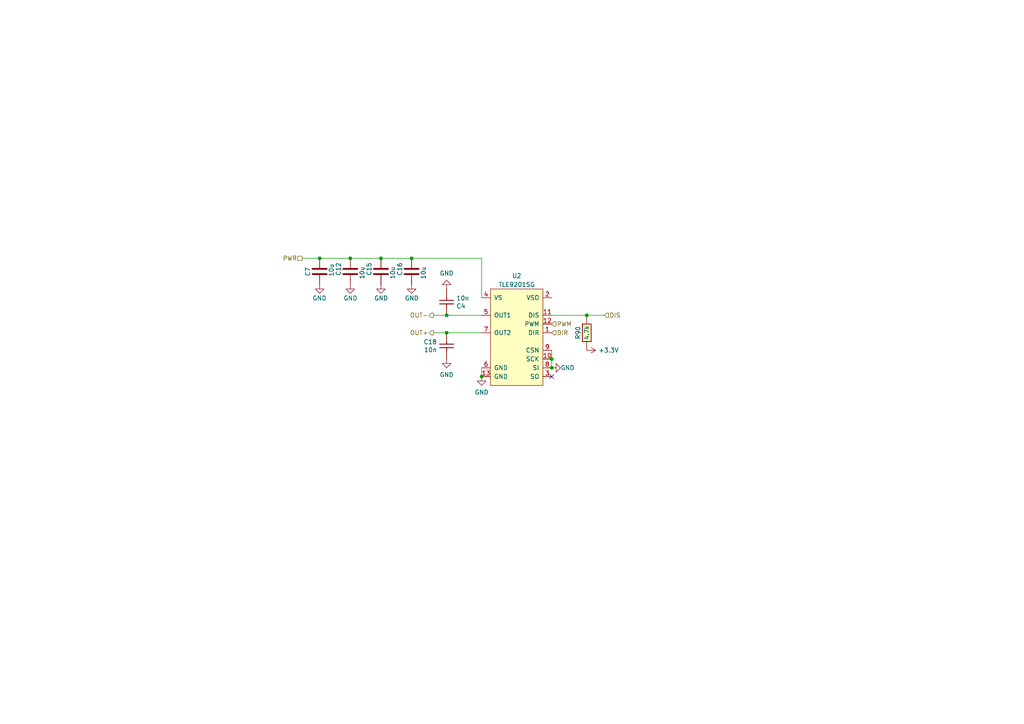
<source format=kicad_sch>
(kicad_sch (version 20230121) (generator eeschema)
  (paper "A4")
  (lib_symbols
    (symbol "Device:C" (pin_numbers hide) (pin_names (offset 0.254))
      (property "Reference" "C" (at 0.635 2.54 0))
      (property "Value" "C" (at 0.635 -2.54 0))
      (symbol "C_0_1"
        (polyline (pts (xy -2.032 -0.762) (xy 2.032 -0.762)) (stroke (width 0.508)))
        (polyline (pts (xy -2.032 0.762) (xy 2.032 0.762)) (stroke (width 0.508)))
      )
      (symbol "C_1_1"
        (pin passive line (at 0 3.81 270) (length 2.794) (name "~") (number "1"))
        (pin passive line (at 0 -3.81 90) (length 2.794) (name "~") (number "2"))
      )
    )
    (symbol "chips:TLE9201SG" (pin_names (offset 1.016))
      (property "Reference" "U" (at -1.27 3.81 0))
      (property "Value" "TLE9201SG" (at 2.54 1.27 0))
      (symbol "TLE9201SG_0_1"
        (rectangle (start -2.54 0) (end 12.7 -27.94) (fill (type background)))
      )
      (symbol "TLE9201SG_1_1"
        (pin passive line (at -5.08 -12.7 0) (length 2.54) (name "DIR") (number "1"))
        (pin passive line (at -5.08 -20.32 0) (length 2.54) (name "SCK") (number "10"))
        (pin passive line (at -5.08 -7.62 0) (length 2.54) (name "DIS") (number "11"))
        (pin passive line (at -5.08 -10.16 0) (length 2.54) (name "PWM") (number "12"))
        (pin passive line (at 15.24 -25.4 180) (length 2.54) (name "GND") (number "13"))
        (pin passive line (at -5.08 -2.54 0) (length 2.54) (name "VSO") (number "2"))
        (pin passive line (at -5.08 -25.4 0) (length 2.54) (name "SO") (number "3"))
        (pin passive line (at 15.24 -2.54 180) (length 2.54) (name "VS") (number "4"))
        (pin passive line (at 15.24 -7.62 180) (length 2.54) (name "OUT1") (number "5"))
        (pin passive line (at 15.24 -22.86 180) (length 2.54) (name "GND") (number "6"))
        (pin passive line (at 15.24 -12.7 180) (length 2.54) (name "OUT2") (number "7"))
        (pin passive line (at -5.08 -22.86 0) (length 2.54) (name "SI") (number "8"))
        (pin passive line (at -5.08 -17.78 0) (length 2.54) (name "CSN") (number "9"))
      )
    )
    (symbol "hellen-one-common:Cap" (pin_numbers hide)
      (property "Reference" "C" (at -3.81 2.54 0))
      (property "Value" "Cap" (at -2.54 -1.27 0))
      (symbol "Cap_1_0"
        (polyline (pts (xy -1.27 0) (xy -0.508 0)) (stroke (width 0.254)))
        (polyline (pts (xy -0.508 -2.032) (xy -0.508 2.032)) (stroke (width 0.254)))
        (polyline (pts (xy 0.508 2.032) (xy 0.508 -2.032)) (stroke (width 0.254)))
        (polyline (pts (xy 1.27 0) (xy 0.508 0)) (stroke (width 0.254)))
        (pin passive line (at -3.81 0 0) (length 2.54) (name "") (number "1"))
        (pin passive line (at 3.81 0 180) (length 2.54) (name "") (number "2"))
      )
    )
    (symbol "hellen-one-common:Res" (pin_numbers hide)
      (property "Reference" "R" (at 3.81 2.54 0))
      (property "Value" "Res" (at 5.08 -2.54 0))
      (symbol "Res_1_0"
        (rectangle (start 2.54 -1.27) (end 7.62 1.27) (stroke (width 0.254)) (fill (type background)))
        (pin passive line (at 0 0 0) (length 2.54) (name "") (number "1"))
        (pin passive line (at 10.16 0 180) (length 2.54) (name "") (number "2"))
      )
    )
    (symbol "power:+3.3V" (power) (pin_names (offset 0))
      (property "Value" "+3.3V" (at 0 3.556 0))
      (symbol "+3.3V_0_1"
        (polyline (pts (xy -0.762 1.27) (xy 0 2.54)))
        (polyline (pts (xy 0 0) (xy 0 2.54)))
        (polyline (pts (xy 0 2.54) (xy 0.762 1.27)))
      )
      (symbol "+3.3V_1_1"
        (pin power_in line (at 0 0 90) (length 0) hide (name "+3.3V") (number "1"))
      )
    )
    (symbol "power:GND" (power) (pin_names (offset 0))
      (property "Value" "GND" (at 0 -3.81 0))
      (symbol "GND_0_1"
        (polyline (pts (xy 0 0) (xy 0 -1.27) (xy 1.27 -1.27) (xy 0 -2.54) (xy -1.27 -1.27) (xy 0 -1.27)))
      )
      (symbol "GND_1_1"
        (pin power_in line (at 0 0 270) (length 0) hide (name "GND") (number "1"))
      )
    )
  )
  (junction (at 119.38 74.93))
  (junction (at 101.6 74.93))
  (junction (at 92.71 74.93))
  (junction (at 139.7 109.22))
  (junction (at 160.02 106.68))
  (junction (at 160.02 104.14))
  (junction (at 129.54 96.52))
  (junction (at 170.18 91.44))
  (junction (at 110.49 74.93))
  (junction (at 129.54 91.44))
  (no_connect (at 160.02 109.22))
  (wire (pts (xy 170.18 91.44) (xy 160.02 91.44)))
  (wire (pts (xy 139.7 74.93) (xy 139.7 86.36)))
  (wire (pts (xy 160.02 104.14) (xy 160.02 106.68)))
  (wire (pts (xy 160.02 101.6) (xy 160.02 104.14)))
  (wire (pts (xy 110.49 74.93) (xy 119.38 74.93)))
  (wire (pts (xy 125.73 91.44) (xy 129.54 91.44)))
  (wire (pts (xy 92.71 74.93) (xy 101.6 74.93)))
  (wire (pts (xy 125.73 96.52) (xy 129.54 96.52)))
  (wire (pts (xy 175.26 91.44) (xy 170.18 91.44)))
  (wire (pts (xy 87.63 74.93) (xy 92.71 74.93)))
  (wire (pts (xy 129.54 91.44) (xy 139.7 91.44)))
  (wire (pts (xy 119.38 74.93) (xy 139.7 74.93)))
  (wire (pts (xy 129.54 96.52) (xy 139.7 96.52)))
  (wire (pts (xy 101.6 74.93) (xy 110.49 74.93)))
  (wire (pts (xy 139.7 106.68) (xy 139.7 109.22)))
  (hierarchical_label "OUT-" (shape output) (at 125.73 91.44 180))
  (hierarchical_label "DIS" (shape input) (at 175.26 91.44 0))
  (hierarchical_label "DIR" (shape input) (at 160.02 96.52 0))
  (hierarchical_label "PWM" (shape input) (at 160.02 93.98 0))
  (hierarchical_label "PWR" (shape passive) (at 87.63 74.93 180))
  (hierarchical_label "OUT+" (shape output) (at 125.73 96.52 180))
  (symbol (lib_id "power:GND") (at 119.38 82.55 0) (unit 1)
    (property "Reference" "#PWR0150" (effects hide))
    (property "Value" "GND" (at 119.4308 86.4934 0))
    (instances (project "hellen-hyundai-pb-154" (path "" (reference "#PWR0150") (unit 1)) (path "" (reference "#PWR076") (unit 1))))
  )
  (symbol (lib_id "hellen-one-common:Cap") (at 129.54 100.33 270) (mirror x) (unit 1)
    (property "Reference" "C18" (at 126.7459 99.1806 90) (effects (justify right)))
    (property "Value" "10n" (at 126.7459 101.4793 90) (effects (justify right)))
    (property "Footprint" "hellen-one-common:C0603" (effects hide))
    (property "LCSC" "C57112" (effects hide))
    (instances (project "hellen-hyundai-pb-154" (path "" (reference "C18") (unit 1)) (path "" (reference "C4") (unit 1))))
  )
  (symbol (lib_id "power:GND") (at 92.71 82.55 0) (mirror y) (unit 1)
    (property "Reference" "#PWR0160" (effects hide))
    (property "Value" "GND" (at 92.6592 86.4934 0))
    (instances (project "hellen-hyundai-pb-154" (path "" (reference "#PWR0160") (unit 1)) (path "" (reference "#PWR073") (unit 1))))
  )
  (symbol (lib_id "chips:TLE9201SG") (at 154.94 83.82 0) (mirror y) (unit 1)
    (property "Reference" "U2" (at 149.86 80.01 0))
    (property "Value" "TLE9201SG" (at 149.86 82.55 0))
    (property "Footprint" "Package_SO:Infineon_PG-DSO-12-11" (effects hide))
    (property "LCSC" "C2653438" (effects hide))
  )
  (symbol (lib_id "Device:C") (at 119.38 78.74 0) (mirror x) (unit 1)
    (property "Reference" "C16" (at 115.9574 80.0099 90) (effects (justify right)))
    (property "Value" "10u" (at 122.8027 81.0259 90) (effects (justify right)))
    (property "Footprint" "hellen-one-common:C0805" (effects hide))
    (property "LCSC" "C15850" (effects hide))
    (instances (project "hellen-hyundai-pb-154" (path "" (reference "C16") (unit 1)) (path "" (reference "C15") (unit 1))))
  )
  (symbol (lib_id "hellen-one-common:Cap") (at 129.54 87.63 90) (mirror x) (unit 1)
    (property "Reference" "C4" (at 132.3341 88.7794 90) (effects (justify right)))
    (property "Value" "10n" (at 132.3341 86.4807 90) (effects (justify right)))
    (property "Footprint" "hellen-one-common:C0603" (effects hide))
    (property "LCSC" "C57112" (effects hide))
    (instances (project "hellen-hyundai-pb-154" (path "" (reference "C4") (unit 1)) (path "" (reference "C3") (unit 1))))
  )
  (symbol (lib_id "power:+3.3V") (at 170.18 101.6 270) (unit 1)
    (property "Reference" "#PWR0162" (effects hide))
    (property "Value" "+3.3V" (at 176.53 101.6 90))
    (instances (project "hellen-hyundai-pb-154" (path "" (reference "#PWR0162") (unit 1)) (path "" (reference "#PWR069") (unit 1))))
  )
  (symbol (lib_id "power:GND") (at 139.7 109.22 0) (mirror y) (unit 1)
    (property "Reference" "#PWR0166" (effects hide))
    (property "Value" "GND" (at 139.7 113.7825 0))
    (instances (project "hellen-hyundai-pb-154" (path "" (reference "#PWR0166") (unit 1)) (path "" (reference "#PWR070") (unit 1))))
  )
  (symbol (lib_id "Device:C") (at 110.49 78.74 0) (mirror x) (unit 1)
    (property "Reference" "C15" (at 107.0674 80.0099 90) (effects (justify right)))
    (property "Value" "10u" (at 113.9127 81.0259 90) (effects (justify right)))
    (property "Footprint" "hellen-one-common:C0805" (effects hide))
    (property "LCSC" "C15850" (effects hide))
    (instances (project "hellen-hyundai-pb-154" (path "" (reference "C15") (unit 1)) (path "" (reference "C12") (unit 1))))
  )
  (symbol (lib_id "power:GND") (at 101.6 82.55 0) (unit 1)
    (property "Reference" "#PWR0151" (effects hide))
    (property "Value" "GND" (at 101.6508 86.4934 0))
    (instances (project "hellen-hyundai-pb-154" (path "" (reference "#PWR0151") (unit 1)) (path "" (reference "#PWR074") (unit 1))))
  )
  (symbol (lib_id "power:GND") (at 129.54 104.14 0) (mirror y) (unit 1)
    (property "Reference" "#PWR084" (effects hide))
    (property "Value" "GND" (at 129.54 108.7025 0))
    (instances (project "hellen-hyundai-pb-154" (path "" (reference "#PWR084") (unit 1)) (path "" (reference "#PWR072") (unit 1))))
  )
  (symbol (lib_id "power:GND") (at 110.49 82.55 0) (unit 1)
    (property "Reference" "#PWR0152" (effects hide))
    (property "Value" "GND" (at 110.5408 86.4934 0))
    (instances (project "hellen-hyundai-pb-154" (path "" (reference "#PWR0152") (unit 1)) (path "" (reference "#PWR075") (unit 1))))
  )
  (symbol (lib_id "Device:C") (at 92.71 78.74 0) (unit 1)
    (property "Reference" "C7" (at 89.2874 77.4701 90) (effects (justify right)))
    (property "Value" "10u" (at 96.1327 76.4541 90) (effects (justify right)))
    (property "Footprint" "hellen-one-common:C0805" (effects hide))
    (property "LCSC" "C15850" (effects hide))
    (instances (project "hellen-hyundai-pb-154" (path "" (reference "C7") (unit 1)) (path "" (reference "C5") (unit 1))))
  )
  (symbol (lib_id "hellen-one-common:Res") (at 170.18 91.44 270) (unit 1)
    (property "Reference" "R90" (at 167.64 96.52 0))
    (property "Value" "4.7k" (at 170.18 96.52 0))
    (property "Footprint" "hellen-one-common:R0603" (effects hide))
    (property "LCSC" "C23162" (effects hide))
    (instances (project "hellen-hyundai-pb-154" (path "" (reference "R90") (unit 1)) (path "" (reference "R3") (unit 1))))
  )
  (symbol (lib_id "power:GND") (at 129.54 83.82 0) (mirror x) (unit 1)
    (property "Reference" "#PWR082" (effects hide))
    (property "Value" "GND" (at 129.54 79.2575 0))
    (instances (project "hellen-hyundai-pb-154" (path "" (reference "#PWR082") (unit 1)) (path "" (reference "#PWR071") (unit 1))))
  )
  (symbol (lib_id "Device:C") (at 101.6 78.74 0) (mirror x) (unit 1)
    (property "Reference" "C12" (at 98.1774 80.0099 90) (effects (justify right)))
    (property "Value" "10u" (at 105.0227 81.0259 90) (effects (justify right)))
    (property "Footprint" "hellen-one-common:C0805" (effects hide))
    (property "LCSC" "C15850" (effects hide))
    (instances (project "hellen-hyundai-pb-154" (path "" (reference "C12") (unit 1)) (path "" (reference "C7") (unit 1))))
  )
  (symbol (lib_id "power:GND") (at 160.02 106.68 90) (mirror x) (unit 1)
    (property "Reference" "#PWR0163" (effects hide))
    (property "Value" "GND" (at 162.56 106.68 90) (effects (justify right)))
  )
)
</source>
